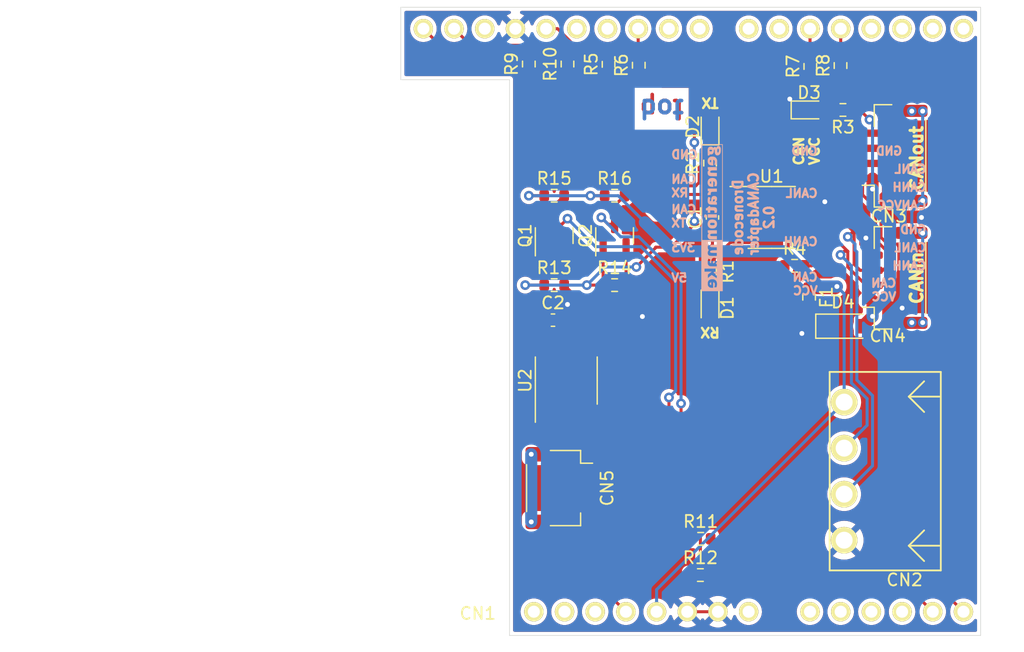
<source format=kicad_pcb>
(kicad_pcb (version 20211014) (generator pcbnew)
  (title_block (title "R4CANAdapter") (date "2023-08-14") (rev "0.1") (company "generationmake"))
  (layers (0 "F.Cu" signal) (31 "B.Cu" signal) (34 "B.Paste" user) (35 "F.Paste" user) (36 "B.SilkS" user "B.Silkscreen") (37 "F.SilkS" user "F.Silkscreen") (38 "B.Mask" user) (39 "F.Mask" user) (44 "Edge.Cuts" user))
  (net 0 "")
  (net 1 "+3V3")
  (net 2 "+5V")
  (net 3 "GND")
  (net 4 "/CANH")
  (net 5 "/CANL")
  (net 6 "/CANVCC")
  (net 7 "/CAN_TX")
  (net 8 "/CAN_RX")
  (net 9 "/CANVCC_F")
  (net 10 "Net-(D3-Pad2)")
  (net 11 "Net-(D1-Pad1)")
  (net 12 "Net-(D2-Pad1)")
  (net 14 "/MP")
  (net 19 "/CAN_TX_MINIMA")
  (net 20 "/CAN_RX_MINIMA")
  (net 25 "/CAN_TX_WIFI")
  (net 28 "/CAN_RX_WIFI")
  (net 29 "/ARDUINO_SDA")
  (net 31 "/ARDUINO_SCL")
  (net 32 "/R4_SCL")
  (net 33 "/R4_SDA")
  (net 34 "/I2C_SDA_3V")
  (net 43 "/I2C_SCL_3V")
  (net 44 "/MP2")
  (net 45 "/I2C_SCL")
  (net 46 "/I2C_SDA")
  (footprint "Connector_JST:JST_GH_SM04B-GHS-TB_1x04-1MP_P1.25mm_Horizontal" (layer "F.Cu") (at 157.9 98.3 90)
    (fp_text reference "CN3")
    (fp_text value "GH_SM04B-GHS-TB")
  )
  (footprint "Connector_JST:JST_GH_SM04B-GHS-TB_1x04-1MP_P1.25mm_Horizontal" (layer "F.Cu") (at 157.9 108.4 90)
    (fp_text reference "CN4")
    (fp_text value "GH_SM04B-GHS-TB")
  )
  (footprint "Diode_SMD:D_SOD-123" (layer "F.Cu") (at 153.6 112.4)
    (fp_text reference "D4")
    (fp_text value "DNI")
  )
  (footprint "CON_wuerth:WR-TBL_691322310004" (layer "F.Cu") (at 153.7 124.4 90)
    (fp_text reference "CN2")
    (fp_text value "691322310004" hide)
  )
  (footprint "LED_SMD:LED_0603_1608Metric" (layer "F.Cu") (at 150.8 94.5)
    (fp_text reference "D3")
    (fp_text value "150060YS75000")
  )
  (footprint "Resistor_SMD:R_0603_1608Metric" (layer "F.Cu") (at 150.8 110 -90)
    (fp_text reference "F1")
    (fp_text value "0ZCM0020FF2G")
  )
  (footprint "Capacitor_SMD:C_0603_1608Metric" (layer "F.Cu") (at 142.8 103.4 90)
    (fp_text reference "C1")
    (fp_text value "100nF")
  )
  (footprint "generationmake:ARDUINO" (layer "F.Cu") (at 100.075 138.575)
    (fp_text reference "CN1")
    (fp_text value "CONN_01X05")
  )
  (footprint "LED_SMD:LED_0603_1608Metric" (layer "F.Cu") (at 142.6 95.9 90)
    (fp_text reference "D2")
    (fp_text value "150060RS75000")
  )
  (footprint "Resistor_SMD:R_0603_1608Metric" (layer "F.Cu") (at 142.6 107.9 -90)
    (fp_text reference "R1")
    (fp_text value "1k")
  )
  (footprint "Resistor_SMD:R_0603_1608Metric" (layer "F.Cu") (at 142.6 98.9 90)
    (fp_text reference "R2")
    (fp_text value "1k")
  )
  (footprint "Resistor_SMD:R_0603_1608Metric" (layer "F.Cu") (at 149.6 107.4)
    (fp_text reference "R4")
    (fp_text value "DNI")
  )
  (footprint "LED_SMD:LED_0603_1608Metric" (layer "F.Cu") (at 142.6 110.9 -90)
    (fp_text reference "D1")
    (fp_text value "150060GS75000")
  )
  (footprint "Resistor_SMD:R_0603_1608Metric" (layer "F.Cu") (at 153.6 94.5 180)
    (fp_text reference "R3")
    (fp_text value "2k")
  )
  (footprint "Package_SO:SO-8_3.9x4.9mm_P1.27mm" (layer "F.Cu") (at 147.7045 103.4)
    (fp_text reference "U1")
    (fp_text value "TCAN332GDR")
  )
  (footprint "Resistor_SMD:R_0603_1608Metric" (layer "F.Cu") (at 134.2 90.725 90)
    (fp_text reference "R5")
    (fp_text value "DNI")
  )
  (footprint "Resistor_SMD:R_0603_1608Metric" (layer "F.Cu") (at 134.7 101.6)
    (fp_text reference "R16")
    (fp_text value "10k")
  )
  (footprint "Resistor_SMD:R_0603_1608Metric" (layer "F.Cu") (at 136.7 90.8 90)
    (fp_text reference "R6")
    (fp_text value "DNI")
  )
  (footprint "Package_TO_SOT_SMD:SOT-23" (layer "F.Cu") (at 134.7 104.9 90)
    (fp_text reference "Q2")
    (fp_text value "2N7002")
  )
  (footprint "Package_SO:SO-8_3.9x4.9mm_P1.27mm" (layer "F.Cu") (at 130.7 116.9 90)
    (fp_text reference "U2")
    (fp_text value "24LC64")
  )
  (footprint "Resistor_SMD:R_0603_1608Metric" (layer "F.Cu") (at 130.8 90.7 90)
    (fp_text reference "R10")
    (fp_text value "0R")
  )
  (footprint "Resistor_SMD:R_0603_1608Metric" (layer "F.Cu") (at 129.7 109)
    (fp_text reference "R13")
    (fp_text value "10k")
  )
  (footprint "Resistor_SMD:R_0603_1608Metric" (layer "F.Cu") (at 153.4 90.825 90)
    (fp_text reference "R8")
    (fp_text value "0R")
  )
  (footprint "Resistor_SMD:R_0603_1608Metric" (layer "F.Cu") (at 141.825 130)
    (fp_text reference "R11")
    (fp_text value "DNI")
  )
  (footprint "Resistor_SMD:R_0603_1608Metric" (layer "F.Cu") (at 129.7 101.6)
    (fp_text reference "R15")
    (fp_text value "10k")
  )
  (footprint "Resistor_SMD:R_0603_1608Metric" (layer "F.Cu") (at 150.9 90.9 90)
    (fp_text reference "R7")
    (fp_text value "0R")
  )
  (footprint "Package_TO_SOT_SMD:SOT-23" (layer "F.Cu") (at 129.7 104.9 90)
    (fp_text reference "Q1")
    (fp_text value "2N7002")
  )
  (footprint "Resistor_SMD:R_0603_1608Metric" (layer "F.Cu") (at 127.6 90.7 90)
    (fp_text reference "R9")
    (fp_text value "0R")
  )
  (footprint "Capacitor_SMD:C_0603_1608Metric" (layer "F.Cu") (at 129.6 111.9)
    (fp_text reference "C2")
    (fp_text value "100nF")
  )
  (footprint "Resistor_SMD:R_0603_1608Metric" (layer "F.Cu") (at 134.7 109)
    (fp_text reference "R14")
    (fp_text value "10k")
  )
  (footprint "Resistor_SMD:R_0603_1608Metric" (layer "F.Cu") (at 141.8 133)
    (fp_text reference "R12")
    (fp_text value "DNI")
  )
  (footprint "Connector_JST:JST_SH_SM04B-SRSS-TB_1x04-1MP_P1.00mm_Horizontal" (layer "F.Cu") (at 130.1 125.8 -90)
    (fp_text reference "CN5")
    (fp_text value "SM04B-SRSS-TB")
  )
  (footprint "generationmake:generationmake_small_silk" (layer "B.Cu") (at 145.4 103.4 -90)
    (fp_text reference "L1" hide)
    (fp_text value "Label" hide)
  )
  (gr_line (start 126 92) (end 117 92) (layer "Edge.Cuts") (width 0.05))
  (gr_line (start 165 138) (end 126 138) (layer "Edge.Cuts") (width 0.05))
  (gr_line (start 126 138) (end 126 92) (layer "Edge.Cuts") (width 0.05))
  (gr_line (start 117 86) (end 165 86) (layer "Edge.Cuts") (width 0.05))
  (gr_line (start 165 86) (end 165 138) (layer "Edge.Cuts") (width 0.05))
  (gr_line (start 117 92) (end 117 86) (layer "Edge.Cuts") (width 0.05))
  (gr_text "top" (at 138.6 94.4 180) (layer "F.Cu") (effects (font (size 1.5 1.5) (thickness 0.3))))
  (gr_text "bot" (at 138.6 94.4 180) (layer "B.Cu") (effects (font (size 1.5 1.5) (thickness 0.3)) (justify mirror)))
  (gr_text "CANL" (at 160.6 105.9) (layer "B.SilkS") (effects (font (size 0.7 0.7) (thickness 0.175)) (justify left mirror)))
  (gr_text "GND" (at 160.6 104.4) (layer "B.SilkS") (effects (font (size 0.7 0.7) (thickness 0.175)) (justify left mirror)))
  (gr_text "GND" (at 158.6 97.9) (layer "B.SilkS") (effects (font (size 0.7 0.7) (thickness 0.175)) (justify left mirror)))
  (gr_text "CANVCC" (at 160.6 102.4) (layer "B.SilkS") (effects (font (size 0.7 0.7) (thickness 0.175)) (justify left mirror)))
  (gr_text "CANL" (at 160.6 99.4) (layer "B.SilkS") (effects (font (size 0.7 0.7) (thickness 0.175)) (justify left mirror)))
  (gr_text "CANH" (at 160.6 100.9) (layer "B.SilkS") (effects (font (size 0.7 0.7) (thickness 0.175)) (justify left mirror)))
  (gr_text "GND" (at 151.6 97.9) (layer "B.SilkS") (effects (font (size 0.7 0.7) (thickness 0.175)) (justify left mirror)))
  (gr_text "CAN\nVCC" (at 151.6 108.9) (layer "B.SilkS") (effects (font (size 0.7 0.7) (thickness 0.175)) (justify left mirror)))
  (gr_text "CANH" (at 151.6 105.4) (layer "B.SilkS") (effects (font (size 0.7 0.7) (thickness 0.175)) (justify left mirror)))
  (gr_text "CANL" (at 151.6 101.4) (layer "B.SilkS") (effects (font (size 0.7 0.7) (thickness 0.175)) (justify left mirror)))
  (gr_text "5V" (at 139.3 108.4) (layer "B.SilkS") (effects (font (size 0.7 0.7) (thickness 0.175)) (justify right mirror)))
  (gr_text "GND" (at 139.3 98.2) (layer "B.SilkS") (effects (font (size 0.7 0.7) (thickness 0.175)) (justify right mirror)))
  (gr_text "Dronecode\nCANAdapter \n0.2" (at 146.2 103.4 90) (layer "B.SilkS") (effects (font (size 0.8 0.8) (thickness 0.2)) (justify mirror)))
  (gr_text "CAN\nTX" (at 139.3 103.3) (layer "B.SilkS") (effects (font (size 0.7 0.7) (thickness 0.175)) (justify right mirror)))
  (gr_text "CAN\nVCC" (at 158.1 109.4) (layer "B.SilkS") (effects (font (size 0.7 0.7) (thickness 0.175)) (justify left mirror)))
  (gr_text "3V3" (at 139.3 105.9) (layer "B.SilkS") (effects (font (size 0.7 0.7) (thickness 0.175)) (justify right mirror)))
  (gr_text "CANH" (at 160.6 107.4) (layer "B.SilkS") (effects (font (size 0.7 0.7) (thickness 0.175)) (justify left mirror)))
  (gr_text "CAN\nRX" (at 139.3 100.8) (layer "B.SilkS") (effects (font (size 0.7 0.7) (thickness 0.175)) (justify right mirror)))
  (gr_text "CAN\nVCC" (at 150.6 97.9 90) (layer "F.SilkS") (effects (font (size 0.8 0.8) (thickness 0.2))))
  (gr_text "RX" (at 142.6 112.9 180) (layer "F.SilkS") (effects (font (size 0.8 0.8) (thickness 0.2))))
  (gr_text "CANin" (at 159.7 108.4 90) (layer "F.SilkS") (effects (font (size 1 1) (thickness 0.25))))
  (gr_text "TX" (at 142.6 93.9 180) (layer "F.SilkS") (effects (font (size 0.8 0.8) (thickness 0.2))))
  (gr_text "CANout" (at 159.7 98.5 90) (layer "F.SilkS") (effects (font (size 1 1) (thickness 0.25))))
  (segment (start 141.8 106.664998) (end 142.8 105.664998) (width 0.25) (layer "F.Cu") (net 1))
  (segment (start 128.795 114.325) (end 128.795 116.005) (width 0.25) (layer "F.Cu") (net 1))
  (segment (start 141.8 110.8493) (end 141.8 108.1) (width 0.25) (layer "F.Cu") (net 1))
  (segment (start 141.8 108.1) (end 141.8 106.664998) (width 0.25) (layer "F.Cu") (net 1))
  (segment (start 142.9185 104.0315) (end 142.8 104.15) (width 0.25) (layer "F.Cu") (net 1))
  (segment (start 129.7 121.4) (end 130.1 121.8) (width 0.25) (layer "F.Cu") (net 1))
  (segment (start 128.795 116.005) (end 127.5 117.3) (width 0.25) (layer "F.Cu") (net 1))
  (segment (start 133.75 108.875) (end 133.875 109) (width 0.25) (layer "F.Cu") (net 1))
  (segment (start 127.5 117.3) (end 127.5 120.7) (width 0.25) (layer "F.Cu") (net 1))
  (segment (start 141.8 108.1) (end 141.8 106.6) (width 0.25) (layer "F.Cu") (net 1))
  (segment (start 138.1 105.86) (end 139.39 105.86) (width 0.25) (layer "F.Cu") (net 1))
  (segment (start 133.875 109) (end 132.4 109) (width 0.25) (layer "F.Cu") (net 1))
  (segment (start 141.3 96) (end 141.3 97.2) (width 0.25) (layer "F.Cu") (net 1))
  (segment (start 139.39 105.86) (end 141.1 104.15) (width 0.25) (layer "F.Cu") (net 1))
  (segment (start 130.1 128.5) (end 130.1 123.7) (width 0.25) (layer "F.Cu") (net 1))
  (segment (start 128.795 111.93) (end 128.825 111.9) (width 0.25) (layer "F.Cu") (net 1))
  (segment (start 133.75 105.8375) (end 133.75 108.875) (width 0.25) (layer "F.Cu") (net 1))
  (segment (start 138.1 105.86) (end 138.1 105.9) (width 0.25) (layer "F.Cu") (net 1))
  (segment (start 127.5 120.7) (end 128.3 121.5) (width 0.25) (layer "F.Cu") (net 1))
  (segment (start 142.8 105.664998) (end 142.8 104.15) (width 0.25) (layer "F.Cu") (net 1))
  (segment (start 129.6 121.5) (end 129.7 121.4) (width 0.25) (layer "F.Cu") (net 1))
  (segment (start 130.1 123.7) (end 130.1 124.7) (width 0.25) (layer "F.Cu") (net 1))
  (segment (start 128.795 114.325) (end 128.795 111.93) (width 0.25) (layer "F.Cu") (net 1))
  (segment (start 128.875 111.85) (end 128.825 111.9) (width 0.25) (layer "F.Cu") (net 1))
  (segment (start 135.635 136.035) (end 131.1 131.5) (width 0.25) (layer "F.Cu") (net 1))
  (segment (start 145 104.0315) (end 142.9185 104.0315) (width 0.25) (layer "F.Cu") (net 1))
  (segment (start 142.1493 95.1507) (end 141.3 96) (width 0.25) (layer "F.Cu") (net 1))
  (segment (start 128.75 105.8375) (end 128.75 108.875) (width 0.25) (layer "F.Cu") (net 1))
  (segment (start 141.215 104.035) (end 141.1 104.15) (width 0.25) (layer "F.Cu") (net 1))
  (segment (start 128.3 121.5) (end 129.6 121.5) (width 0.25) (layer "F.Cu") (net 1))
  (segment (start 130.9 125.5) (end 131.9 125.5) (width 0.25) (layer "F.Cu") (net 1))
  (segment (start 141.8 110.8493) (end 142.6 111.6493) (width 0.25) (layer "F.Cu") (net 1))
  (segment (start 130.1 121.8) (end 130.1 123.7) (width 0.25) (layer "F.Cu") (net 1))
  (segment (start 128.875 109) (end 128.875 111.85) (width 0.25) (layer "F.Cu") (net 1))
  (segment (start 131.1 131.5) (end 131.1 129.5) (width 0.25) (layer "F.Cu") (net 1))
  (segment (start 138.1 105.9) (end 136.5 107.5) (width 0.25) (layer "F.Cu") (net 1))
  (segment (start 142.6 95.1507) (end 142.1493 95.1507) (width 0.25) (layer "F.Cu") (net 1))
  (segment (start 131.1 129.5) (end 130.1 128.5) (width 0.25) (layer "F.Cu") (net 1))
  (segment (start 141.1 103.9) (end 141.3 103.7) (width 0.25) (layer "F.Cu") (net 1))
  (segment (start 130.1 124.7) (end 130.9 125.5) (width 0.25) (layer "F.Cu") (net 1))
  (segment (start 128.875 109) (end 127.3 109) (width 0.25) (layer "F.Cu") (net 1))
  (segment (start 142.95 104.035) (end 141.215 104.035) (width 0.25) (layer "F.Cu") (net 1))
  (segment (start 128.75 108.875) (end 128.875 109) (width 0.25) (layer "F.Cu") (net 1))
  (segment (start 141.1 104.15) (end 141.1 103.9) (width 0.25) (layer "F.Cu") (net 1))
  (segment (start 131.9 125.5) (end 132.1 125.3) (width 0.25) (layer "F.Cu") (net 1))
  (via (at 127.3 109) (size 0.8) (drill 0.4) (layers "F.Cu" "B.Cu") (net 1))
  (via (at 141.3 97.2) (size 0.8) (drill 0.4) (layers "F.Cu" "B.Cu") (net 1))
  (via (at 141.3 103.7) (size 0.8) (drill 0.4) (layers "F.Cu" "B.Cu") (net 1))
  (via (at 132.4 109) (size 0.8) (drill 0.4) (layers "F.Cu" "B.Cu") (net 1))
  (via (at 136.5 107.5) (size 0.8) (drill 0.4) (layers "F.Cu" "B.Cu") (net 1))
  (segment (start 127.3 109) (end 132.4 109) (width 0.25) (layer "B.Cu") (net 1))
  (segment (start 141.3 97.2) (end 141.3 103.7) (width 0.25) (layer "B.Cu") (net 1))
  (segment (start 136.5 107.5) (end 133.9 107.5) (width 0.25) (layer "B.Cu") (net 1))
  (segment (start 133.9 107.5) (end 132.4 109) (width 0.25) (layer "B.Cu") (net 1))
  (segment (start 150.8 109.25) (end 152.965 109.25) (width 1) (layer "F.Cu") (net 2))
  (segment (start 133.875 101.6) (end 132.7 101.6) (width 0.25) (layer "F.Cu") (net 2))
  (segment (start 128.875 101.6) (end 127.6 101.6) (width 0.25) (layer "F.Cu") (net 2))
  (segment (start 152.965 109.25) (end 153.1 109.115) (width 1) (layer "F.Cu") (net 2))
  (via (at 153.1 109.115) (size 0.8) (drill 0.4) (layers "F.Cu" "B.Cu") (net 2))
  (via (at 132.7 101.6) (size 0.8) (drill 0.4) (layers "F.Cu" "B.Cu") (net 2))
  (via (at 127.6 101.6) (size 0.8) (drill 0.4) (layers "F.Cu" "B.Cu") (net 2))
  (segment (start 153.7 109.715) (end 153.1 109.115) (width 0.25) (layer "B.Cu") (net 2))
  (segment (start 148.7 106.2) (end 151.615 109.115) (width 1) (layer "B.Cu") (net 2))
  (segment (start 138.175 134.21) (end 153.7 118.685) (width 0.25) (layer "B.Cu") (net 2))
  (segment (start 153.7 118.685) (end 153.7 109.715) (width 0.25) (layer "B.Cu") (net 2))
  (segment (start 151.615 109.115) (end 153.1 109.115) (width 1) (layer "B.Cu") (net 2))
  (segment (start 132.7 101.6) (end 127.6 101.6) (width 0.25) (layer "B.Cu") (net 2))
  (segment (start 132.7 101.6) (end 135 101.6) (width 0.25) (layer "B.Cu") (net 2))
  (segment (start 135 101.6) (end 136.5 103.1) (width 0.25) (layer "B.Cu") (net 2))
  (segment (start 139.6 106.2) (end 137.2 103.8) (width 1) (layer "B.Cu") (net 2))
  (segment (start 145.8 106.2) (end 148.7 106.2) (width 1) (layer "B.Cu") (net 2))
  (segment (start 138.175 136.035) (end 138.175 134.21) (width 0.25) (layer "B.Cu") (net 2))
  (segment (start 136.5 103.1) (end 137.2 103.8) (width 0.25) (layer "B.Cu") (net 2))
  (segment (start 145.8 106.2) (end 139.6 106.2) (width 1) (layer "B.Cu") (net 2))
  (segment (start 150.0507 94.6357) (end 153.1 97.685) (width 0.25) (layer "F.Cu") (net 3))
  (segment (start 156.05 96.425) (end 154.36 96.425) (width 0.25) (layer "F.Cu") (net 3))
  (segment (start 150.0507 94.5) (end 150.0507 94.4507) (width 0.25) (layer "F.Cu") (net 3))
  (segment (start 130.065 112.21) (end 130.375 111.9) (width 0.25) (layer "F.Cu") (net 3))
  (segment (start 131.365 117.265) (end 130.065 117.265) (width 0.25) (layer "F.Cu") (net 3))
  (segment (start 156.05 106.525) (end 156.05 105.65) (width 0.25) (layer "F.Cu") (net 3))
  (segment (start 132.605 118.305) (end 131.565 117.265) (width 0.25) (layer "F.Cu") (net 3))
  (segment (start 130.375 111.025) (end 130.8 110.6) (width 0.25) (layer "F.Cu") (net 3))
  (segment (start 131.5 124.3) (end 131.1 123.9) (width 0.25) (layer "F.Cu") (net 3))
  (segment (start 131.335 117.295) (end 131.365 117.265) (width 0.25) (layer "F.Cu") (net 3))
  (segment (start 142.9115 102.7615) (end 142.8 102.65) (width 0.25) (layer "F.Cu") (net 3))
  (segment (start 130.065 116.135) (end 130.065 114.325) (width 0.25) (layer "F.Cu") (net 3))
  (segment (start 132.1 124.3) (end 131.5 124.3) (width 0.25) (layer "F.Cu") (net 3))
  (segment (start 150.0507 94.4507) (end 149.2 93.6) (width 0.25) (layer "F.Cu") (net 3))
  (segment (start 131.335 119.475) (end 131.335 117.295) (width 0.25) (layer "F.Cu") (net 3))
  (segment (start 131.1 123.9) (end 131.1 119.71) (width 0.25) (layer "F.Cu") (net 3))
  (segment (start 130.065 119.475) (end 130.065 117.265) (width 0.25) (layer "F.Cu") (net 3))
  (segment (start 155.7 104.2) (end 155.7 105.905) (width 0.25) (layer "F.Cu") (net 3))
  (segment (start 130.065 114.325) (end 130.065 112.21) (width 0.25) (layer "F.Cu") (net 3))
  (segment (start 130.065 117.265) (end 130.065 116.135) (width 0.25) (layer "F.Cu") (net 3))
  (segment (start 131.565 117.265) (end 131.365 117.265) (width 0.25) (layer "F.Cu") (net 3))
  (segment (start 131.1 119.71) (end 131.335 119.475) (width 0.25) (layer "F.Cu") (net 3))
  (segment (start 150.2795 101.495) (end 151.495 101.495) (width 0.25) (layer "F.Cu") (net 3))
  (segment (start 143.255 136.035) (end 140.715 136.035) (width 0.25) (layer "F.Cu") (net 3))
  (segment (start 150.0507 94.5) (end 150.0507 94.6357) (width 0.25) (layer "F.Cu") (net 3))
  (segment (start 128.795 117.405) (end 130.065 116.135) (width 0.25) (layer "F.Cu") (net 3))
  (segment (start 141.215 102.765) (end 141.1 102.65) (width 0.25) (layer "F.Cu") (net 3))
  (segment (start 156.05 105.65) (end 155.5 105.1) (width 0.25) (layer "F.Cu") (net 3))
  (segment (start 130.375 111.9) (end 130.375 111.025) (width 0.25) (layer "F.Cu") (net 3))
  (segment (start 132.605 119.475) (end 132.605 118.305) (width 0.25) (layer "F.Cu") (net 3))
  (segment (start 140.65 102.65) (end 140 103.3) (width 0.25) (layer "F.Cu") (net 3))
  (segment (start 154.36 96.425) (end 153.1 97.685) (width 0.25) (layer "F.Cu") (net 3))
  (segment (start 145 102.7615) (end 142.9115 102.7615) (width 0.25) (layer "F.Cu") (net 3))
  (segment (start 151.495 101.495) (end 152.1 102.1) (width 0.25) (layer "F.Cu") (net 3))
  (segment (start 141.1 102.65) (end 140.65 102.65) (width 0.25) (layer "F.Cu") (net 3))
  (segment (start 142.95 102.765) (end 141.215 102.765) (width 0.25) (layer "F.Cu") (net 3))
  (segment (start 128.795 119.475) (end 128.795 117.405) (width 0.25) (layer "F.Cu") (net 3))
  (via (at 160.1 103.4) (size 0.8) (drill 0.4) (layers "F.Cu" "B.Cu") (net 3))
  (via (at 137 111.6) (size 0.8) (drill 0.4) (layers "F.Cu" "B.Cu") (net 3))
  (via (at 150.2 113) (size 0.8) (drill 0.4) (layers "F.Cu" "B.Cu") (net 3))
  (via (at 140 103.3) (size 0.8) (drill 0.4) (layers "F.Cu" "B.Cu") (net 3))
  (via (at 152.1 102.1) (size 0.8) (drill 0.4) (layers "F.Cu" "B.Cu") (net 3))
  (via (at 130.8 110.6) (size 0.8) (drill 0.4) (layers "F.Cu" "B.Cu") (net 3))
  (via (at 149.2 93.6) (size 0.8) (drill 0.4) (layers "F.Cu" "B.Cu") (net 3))
  (via (at 155.5 105.1) (size 0.8) (drill 0.4) (layers "F.Cu" "B.Cu") (net 3))
  (via (at 158.5 110.9) (size 0.8) (drill 0.4) (layers "F.Cu" "B.Cu") (net 3))
  (segment (start 138.13 98.27) (end 136.986 98.27) (width 0.25) (layer "B.Cu") (net 3))
  (segment (start 136.986 98.27) (end 126.491 87.775) (width 0.25) (layer "B.Cu") (net 3))
  (segment (start 140 103.3) (end 140 100.14) (width 0.25) (layer "B.Cu") (net 3))
  (segment (start 138.13 98.27) (end 138.1 98.24) (width 0.25) (layer "B.Cu") (net 3))
  (segment (start 155.5 105.1) (end 154.9 104.5) (width 0.25) (layer "B.Cu") (net 3))
  (segment (start 140 100.14) (end 138.13 98.27) (width 0.25) (layer "B.Cu") (net 3))
  (segment (start 137 111.6) (end 131.8 111.6) (width 0.25) (layer "B.Cu") (net 3))
  (segment (start 154.9 104.5) (end 154.9 99.485) (width 0.25) (layer "B.Cu") (net 3))
  (segment (start 154.9 99.485) (end 153.1 97.685) (width 0.25) (layer "B.Cu") (net 3))
  (segment (start 131.8 111.6) (end 130.8 110.6) (width 0.25) (layer "B.Cu") (net 3))
  (segment (start 153.1 104.2) (end 151.665 102.765) (width 0.25) (layer "F.Cu") (net 4))
  (segment (start 156.05 109.025) (end 156.875 109.025) (width 0.25) (layer "F.Cu") (net 4))
  (segment (start 157.6 107.746768) (end 157.67502 107.671748) (width 0.25) (layer "F.Cu") (net 4))
  (segment (start 156.75001 101.55001) (end 156.95001 101.35001) (width 0.25) (layer "F.Cu") (net 4))
  (segment (start 155.525 109.025) (end 154 107.5) (width 0.25) (layer "F.Cu") (net 4))
  (segment (start 157.3 100.5) (end 157.3 99.3) (width 0.25) (layer "F.Cu") (net 4))
  (segment (start 150.35 107.4) (end 151.005 107.4) (width 0.25) (layer "F.Cu") (net 4))
  (segment (start 157.3 99.3) (end 156.925 98.925) (width 0.25) (layer "F.Cu") (net 4))
  (segment (start 151.665 102.765) (end 150.25 102.765) (width 0.25) (layer "F.Cu") (net 4))
  (segment (start 153.1 105.305) (end 153.1 104.2) (width 0.25) (layer "F.Cu") (net 4))
  (segment (start 154 107.5) (end 154 106.205) (width 0.25) (layer "F.Cu") (net 4))
  (segment (start 156.05 109.025) (end 155.525 109.025) (width 0.25) (layer "F.Cu") (net 4))
  (segment (start 157.67502 105.97502) (end 156.75001 105.05001) (width 0.25) (layer "F.Cu") (net 4))
  (segment (start 151.005 107.4) (end 153.1 105.305) (width 0.25) (layer "F.Cu") (net 4))
  (segment (start 156.95001 101.35001) (end 156.95001 100.84999) (width 0.25) (layer "F.Cu") (net 4))
  (segment (start 156.875 109.025) (end 157.6 108.3) (width 0.25) (layer "F.Cu") (net 4))
  (segment (start 156.95001 100.84999) (end 157.3 100.5) (width 0.25) (layer "F.Cu") (net 4))
  (segment (start 154 106.205) (end 153.1 105.305) (width 0.25) (layer "F.Cu") (net 4))
  (segment (start 156.925 98.925) (end 156.05 98.925) (width 0.25) (layer "F.Cu") (net 4))
  (segment (start 154 106.205) (end 153.695 106.205) (width 0.25) (layer "F.Cu") (net 4))
  (segment (start 157.6 108.3) (end 157.6 107.746768) (width 0.25) (layer "F.Cu") (net 4))
  (segment (start 157.67502 107.671748) (end 157.67502 105.97502) (width 0.25) (layer "F.Cu") (net 4))
  (segment (start 153.695 106.205) (end 153.4 106.5) (width 0.25) (layer "F.Cu") (net 4))
  (segment (start 156.75001 105.05001) (end 156.75001 101.55001) (width 0.25) (layer "F.Cu") (net 4))
  (via (at 153.4 106.5) (size 0.8) (drill 0.4) (layers "F.Cu" "B.Cu") (net 4))
  (segment (start 155.6 118.8) (end 155.6 120.595) (width 0.25) (layer "B.Cu") (net 4))
  (segment (start 155.6 118.4) (end 155.6 118.8) (width 0.25) (layer "B.Cu") (net 4))
  (segment (start 155.6 120.595) (end 154.7975 121.3975) (width 0.25) (layer "B.Cu") (net 4))
  (segment (start 154.3 117.1) (end 155.6 118.4) (width 0.25) (layer "B.Cu") (net 4))
  (segment (start 154.3 113.6) (end 154.3 117.1) (width 0.25) (layer "B.Cu") (net 4))
  (segment (start 154.3 107.4) (end 154.3 113.6) (width 0.25) (layer "B.Cu") (net 4))
  (segment (start 153.4 106.5) (end 154.3 107.4) (width 0.25) (layer "B.Cu") (net 4))
  (segment (start 154.7975 121.3975) (end 153.7 122.495) (width 0.25) (layer "B.Cu") (net 4))
  (segment (start 149.284998 100.7) (end 149.074999 100.909999) (width 0.25) (layer "F.Cu") (net 5))
  (segment (start 155.22499 101.52499) (end 156.3 102.6) (width 0.25) (layer "F.Cu") (net 5))
  (segment (start 154.87499 100.521758) (end 155.153242 100.80001) (width 0.25) (layer "F.Cu") (net 5))
  (segment (start 154.379001 104.620999) (end 154 105) (width 0.25) (layer "F.Cu") (net 5))
  (segment (start 154.525001 104.620999) (end 153.784001 103.879999) (width 0.25) (layer "F.Cu") (net 5))
  (segment (start 153.779999 103.879999) (end 153.1 103.2) (width 0.25) (layer "F.Cu") (net 5))
  (segment (start 149.074999 103.474999) (end 149.635 104.035) (width 0.25) (layer "F.Cu") (net 5))
  (segment (start 151.8 100.7) (end 149.284998 100.7) (width 0.25) (layer "F.Cu") (net 5))
  (segment (start 149.635 104.035) (end 149.759998 104.035) (width 0.25) (layer "F.Cu") (net 5))
  (segment (start 153.1 103.2) (end 153.1 101.495) (width 0.25) (layer "F.Cu") (net 5))
  (segment (start 157.22501 107.44999) (end 156.9 107.775) (width 0.25) (layer "F.Cu") (net 5))
  (segment (start 155.02501 107.775) (end 154.525001 107.274991) (width 0.25) (layer "F.Cu") (net 5))
  (segment (start 156.05 97.675) (end 155.2 97.675) (width 0.25) (layer "F.Cu") (net 5))
  (segment (start 152.595 101.495) (end 151.8 100.7) (width 0.25) (layer "F.Cu") (net 5))
  (segment (start 156.3 105.253232) (end 157.22501 106.178242) (width 0.25) (layer "F.Cu") (net 5))
  (segment (start 148.85 106.85) (end 148.85 107.4) (width 0.25) (layer "F.Cu") (net 5))
  (segment (start 155.2 97.675) (end 154.87499 98.00001) (width 0.25) (layer "F.Cu") (net 5))
  (segment (start 155.22499 100.80001) (end 155.22499 101.52499) (width 0.25) (layer "F.Cu") (net 5))
  (segment (start 149.074999 100.909999) (end 149.074999 103.474999) (width 0.25) (layer "F.Cu") (net 5))
  (segment (start 154.525001 107.274991) (end 154.525001 104.620999) (width 0.25) (layer "F.Cu") (net 5))
  (segment (start 149.759998 104.035) (end 149.074999 104.719999) (width 0.25) (layer "F.Cu") (net 5))
  (segment (start 153.1 101.495) (end 152.595 101.495) (width 0.25) (layer "F.Cu") (net 5))
  (segment (start 156.05 107.775) (end 155.02501 107.775) (width 0.25) (layer "F.Cu") (net 5))
  (segment (start 149.074999 104.719999) (end 149.074999 106.625001) (width 0.25) (layer "F.Cu") (net 5))
  (segment (start 156.3 102.6) (end 156.3 105.253232) (width 0.25) (layer "F.Cu") (net 5))
  (segment (start 149.074999 106.625001) (end 148.85 106.85) (width 0.25) (layer "F.Cu") (net 5))
  (segment (start 157.22501 106.178242) (end 157.22501 107.44999) (width 0.25) (layer "F.Cu") (net 5))
  (segment (start 156.9 107.775) (end 156.05 107.775) (width 0.25) (layer "F.Cu") (net 5))
  (segment (start 154.525001 104.620999) (end 154.379001 104.620999) (width 0.25) (layer "F.Cu") (net 5))
  (segment (start 153.784001 103.879999) (end 153.779999 103.879999) (width 0.25) (layer "F.Cu") (net 5))
  (segment (start 154.87499 98.00001) (end 154.87499 100.521758) (width 0.25) (layer "F.Cu") (net 5))
  (segment (start 155.153242 100.80001) (end 155.22499 100.80001) (width 0.25) (layer "F.Cu") (net 5))
  (via (at 154 105) (size 0.8) (drill 0.4) (layers "F.Cu" "B.Cu") (net 5))
  (segment (start 154.75 113.55) (end 154.75 116.85) (width 0.25) (layer "B.Cu") (net 5))
  (segment (start 154.75 106.25) (end 154.75 113.55) (width 0.25) (layer "B.Cu") (net 5))
  (segment (start 156.05 118.15) (end 156.05 123.955) (width 0.25) (layer "B.Cu") (net 5))
  (segment (start 154 105) (end 154.6 105.6) (width 0.25) (layer "B.Cu") (net 5))
  (segment (start 154.6 105.6) (end 154.6 106.1) (width 0.25) (layer "B.Cu") (net 5))
  (segment (start 156.05 123.955) (end 153.7 126.305) (width 0.25) (layer "B.Cu") (net 5))
  (segment (start 154.75 116.85) (end 156.05 118.15) (width 0.25) (layer "B.Cu") (net 5))
  (segment (start 154.6 106.1) (end 154.75 106.25) (width 0.25) (layer "B.Cu") (net 5))
  (segment (start 156.05 111.585) (end 155.235 112.4) (width 1) (layer "F.Cu") (net 6))
  (segment (start 156.05 100.175) (end 156.05 101.05) (width 1) (layer "F.Cu") (net 6))
  (segment (start 156.05 110.275) (end 156.05 111.585) (width 1) (layer "F.Cu") (net 6))
  (segment (start 155 94.5) (end 155.8 95.3) (width 0.25) (layer "F.Cu") (net 6))
  (segment (start 154.35 94.5) (end 155 94.5) (width 0.25) (layer "F.Cu") (net 6))
  (via (at 156.05 101.05) (size 0.8) (drill 0.4) (layers "F.Cu" "B.Cu") (net 6))
  (via (at 156.05 111.585) (size 0.8) (drill 0.4) (layers "F.Cu" "B.Cu") (net 6))
  (via (at 155.8 95.3) (size 0.8) (drill 0.4) (layers "F.Cu" "B.Cu") (net 6))
  (segment (start 156.05 101.05) (end 156.05 102.45) (width 1) (layer "B.Cu") (net 6))
  (segment (start 156.05 111.15) (end 156.05 111.585) (width 1) (layer "B.Cu") (net 6))
  (segment (start 156.05 101.05) (end 156.05 95.55) (width 0.25) (layer "B.Cu") (net 6))
  (segment (start 157.5 103.9) (end 157.5 109.7) (width 1) (layer "B.Cu") (net 6))
  (segment (start 156.05 102.45) (end 157.5 103.9) (width 1) (layer "B.Cu") (net 6))
  (segment (start 156.05 95.55) (end 155.8 95.3) (width 0.25) (layer "B.Cu") (net 6))
  (segment (start 157.5 109.7) (end 156.05 111.15) (width 1) (layer "B.Cu") (net 6))
  (segment (start 142.6 101.145) (end 142.95 101.495) (width 0.25) (layer "F.Cu") (net 7))
  (segment (start 135.875 90.8) (end 133.7 90.8) (width 0.25) (layer "F.Cu") (net 7))
  (segment (start 138.178604 101.495) (end 142.495 101.495) (width 0.25) (layer "F.Cu") (net 7))
  (segment (start 142.495 101.495) (end 144.9965 101.495) (width 0.25) (layer "F.Cu") (net 7))
  (segment (start 133.2 91.3) (end 133.2 94.5) (width 0.25) (layer "F.Cu") (net 7))
  (segment (start 136.7 91.625) (end 135.875 90.8) (width 0.25) (layer "F.Cu") (net 7))
  (segment (start 137.65 98.95) (end 137.65 100.966396) (width 0.25) (layer "F.Cu") (net 7))
  (segment (start 133.2 94.5) (end 137.65 98.95) (width 0.25) (layer "F.Cu") (net 7))
  (segment (start 152.35 91.65) (end 151.7 91) (width 0.25) (layer "F.Cu") (net 7))
  (segment (start 133.7 90.8) (end 133.2 91.3) (width 0.25) (layer "F.Cu") (net 7))
  (segment (start 142.6 99.65) (end 142.6 101.145) (width 0.25) (layer "F.Cu") (net 7))
  (segment (start 151.7 91) (end 137.325 91) (width 0.25) (layer "F.Cu") (net 7))
  (segment (start 137.325 91) (end 136.7 91.625) (width 0.25) (layer "F.Cu") (net 7))
  (segment (start 137.65 100.966396) (end 138.178604 101.495) (width 0.25) (layer "F.Cu") (net 7))
  (segment (start 153.4 91.65) (end 152.35 91.65) (width 0.25) (layer "F.Cu") (net 7))
  (segment (start 142.495 101.495) (end 142.95 101.495) (width 0.25) (layer "F.Cu") (net 7))
  (segment (start 144.9965 101.495) (end 145 101.4915) (width 0.25) (layer "F.Cu") (net 7))
  (segment (start 134.2 91.55) (end 134.2 94.8) (width 0.25) (layer "F.Cu") (net 8))
  (segment (start 134.2 94.8) (end 138.1 98.7) (width 0.25) (layer "F.Cu") (net 8))
  (segment (start 145.9 100.8) (end 145.035002 100.8) (width 0.25) (layer "F.Cu") (net 8))
  (segment (start 150.9 91.725) (end 140.625 91.725) (width 0.25) (layer "F.Cu") (net 8))
  (segment (start 137.9 92.5) (end 135.15 92.5) (width 0.25) (layer "F.Cu") (net 8))
  (segment (start 141.7 100.5) (end 141.7 99.264998) (width 0.25) (layer "F.Cu") (net 8))
  (segment (start 144.4485 105.3015) (end 142.6 107.15) (width 0.25) (layer "F.Cu") (net 8))
  (segment (start 141.42 100.78) (end 141.7 100.5) (width 0.25) (layer "F.Cu") (net 8))
  (segment (start 143.310001 99.074999) (end 141.889999 99.074999) (width 0.25) (layer "F.Cu") (net 8))
  (segment (start 141.889999 99.074999) (end 142.174999 99.074999) (width 0.25) (layer "F.Cu") (net 8))
  (segment (start 138.1 98.7) (end 138.1 100.78) (width 0.25) (layer "F.Cu") (net 8))
  (segment (start 145 105.3015) (end 144.4485 105.3015) (width 0.25) (layer "F.Cu") (net 8))
  (segment (start 138.675 91.725) (end 137.9 92.5) (width 0.25) (layer "F.Cu") (net 8))
  (segment (start 140.625 91.725) (end 138.675 91.725) (width 0.25) (layer "F.Cu") (net 8))
  (segment (start 145.035002 100.8) (end 143.310001 99.074999) (width 0.25) (layer "F.Cu") (net 8))
  (segment (start 146.2 101.1) (end 145.9 100.8) (width 0.25) (layer "F.Cu") (net 8))
  (segment (start 145.695 105.305) (end 146.2 104.8) (width 0.25) (layer "F.Cu") (net 8))
  (segment (start 146.2 104.8) (end 146.2 101.1) (width 0.25) (layer "F.Cu") (net 8))
  (segment (start 135.15 92.5) (end 134.2 91.55) (width 0.25) (layer "F.Cu") (net 8))
  (segment (start 138.1 100.78) (end 141.42 100.78) (width 0.25) (layer "F.Cu") (net 8))
  (segment (start 141.7 99.264998) (end 141.889999 99.074999) (width 0.25) (layer "F.Cu") (net 8))
  (segment (start 151.965 111.915) (end 150.8 110.75) (width 1) (layer "F.Cu") (net 9))
  (segment (start 151.965 112.4) (end 151.965 111.915) (width 1) (layer "F.Cu") (net 9))
  (segment (start 152.85 94.5) (end 151.5493 94.5) (width 0.25) (layer "F.Cu") (net 10))
  (segment (start 142.6 110.1507) (end 142.6 108.65) (width 0.25) (layer "F.Cu") (net 11))
  (segment (start 142.6 96.6493) (end 142.6 98.15) (width 0.25) (layer "F.Cu") (net 12))
  (via (at 160.2 112.1) (size 0.8) (drill 0.4) (layers "F.Cu" "B.Cu") (net 14))
  (via (at 159.3 112.1) (size 0.8) (drill 0.4) (layers "F.Cu" "B.Cu") (net 14))
  (via (at 159.3 94.6) (size 0.8) (drill 0.4) (layers "F.Cu" "B.Cu") (net 14))
  (via (at 160.2 102) (size 0.8) (drill 0.4) (layers "F.Cu" "B.Cu") (net 14))
  (via (at 160.2 104.7) (size 0.8) (drill 0.4) (layers "F.Cu" "B.Cu") (net 14))
  (via (at 160.2 94.6) (size 0.8) (drill 0.4) (layers "F.Cu" "B.Cu") (net 14))
  (segment (start 160.2 102) (end 159.3 102.9) (width 0.25) (layer "B.Cu") (net 14))
  (segment (start 160.2 94.6) (end 160.2 102) (width 0.25) (layer "B.Cu") (net 14))
  (segment (start 160 104.7) (end 160.2 104.7) (width 0.25) (layer "B.Cu") (net 14))
  (segment (start 160.2 104.7) (end 160.2 112.1) (width 0.25) (layer "B.Cu") (net 14))
  (segment (start 159.3 102.9) (end 159.3 104) (width 0.25) (layer "B.Cu") (net 14))
  (segment (start 159.3 104) (end 160 104.7) (width 0.25) (layer "B.Cu") (net 14))
  (segment (start 153.415 89.985) (end 153.4 90) (width 0.25) (layer "F.Cu") (net 19))
  (segment (start 153.415 87.775) (end 153.415 89.985) (width 0.25) (layer "F.Cu") (net 19))
  (segment (start 150.875 87.775) (end 150.875 90.05) (width 0.25) (layer "F.Cu") (net 20))
  (segment (start 150.875 90.05) (end 150.9 90.075) (width 0.25) (layer "F.Cu") (net 20))
  (segment (start 136.651 89.926) (end 136.7 89.975) (width 0.25) (layer "F.Cu") (net 25))
  (segment (start 136.651 87.775) (end 136.651 89.926) (width 0.25) (layer "F.Cu") (net 25))
  (segment (start 132.105009 89.9) (end 134.2 89.9) (width 0.25) (layer "F.Cu") (net 28))
  (segment (start 129.031 87.775) (end 129.980009 87.775) (width 0.25) (layer "F.Cu") (net 28))
  (segment (start 129.980009 87.775) (end 132.105009 89.9) (width 0.25) (layer "F.Cu") (net 28))
  (segment (start 130.8 89.875) (end 130.075 89.15) (width 0.25) (layer "F.Cu") (net 29))
  (segment (start 122.786 89.15) (end 121.411 87.775) (width 0.25) (layer "F.Cu") (net 29))
  (segment (start 130.075 89.15) (end 122.786 89.15) (width 0.25) (layer "F.Cu") (net 29))
  (segment (start 127.6 89.875) (end 120.971 89.875) (width 0.25) (layer "F.Cu") (net 31))
  (segment (start 120.971 89.875) (end 118.871 87.775) (width 0.25) (layer "F.Cu") (net 31))
  (segment (start 161.59 134.05) (end 146.7 134.05) (width 0.25) (layer "F.Cu") (net 32))
  (segment (start 163.575 136.035) (end 161.59 134.05) (width 0.25) (layer "F.Cu") (net 32))
  (segment (start 146.7 134.05) (end 142.65 130) (width 0.25) (layer "F.Cu") (net 32))
  (segment (start 161.035 136.035) (end 159.5 134.5) (width 0.25) (layer "F.Cu") (net 33))
  (segment (start 159.5 134.5) (end 144.125 134.5) (width 0.25) (layer "F.Cu") (net 33))
  (segment (start 144.125 134.5) (end 142.625 133) (width 0.25) (layer "F.Cu") (net 33))
  (segment (start 135.525 109.575) (end 135.525 109) (width 0.25) (layer "F.Cu") (net 34))
  (segment (start 134.7 126.736396) (end 133.511396 127.925) (width 0.25) (layer "F.Cu") (net 34))
  (segment (start 132.605 114.325) (end 132.605 111.095) (width 0.25) (layer "F.Cu") (net 34))
  (segment (start 130.8 127.1) (end 131.6 126.3) (width 0.25) (layer "F.Cu") (net 34))
  (segment (start 132.605 115.705) (end 134.7 117.8) (width 0.25) (layer "F.Cu") (net 34))
  (segment (start 131.278249 127.925) (end 130.8 127.446751) (width 0.25) (layer "F.Cu") (net 34))
  (segment (start 133.4 110.3) (end 134.8 110.3) (width 0.25) (layer "F.Cu") (net 34))
  (segment (start 132.605 114.325) (end 132.605 115.705) (width 0.25) (layer "F.Cu") (net 34))
  (segment (start 131.6 126.3) (end 132.1 126.3) (width 0.25) (layer "F.Cu") (net 34))
  (segment (start 133.511396 127.925) (end 131.278249 127.925) (width 0.25) (layer "F.Cu") (net 34))
  (segment (start 134.7 117.8) (end 134.7 126.736396) (width 0.25) (layer "F.Cu") (net 34))
  (segment (start 135.65 108.875) (end 135.525 109) (width 0.25) (layer "F.Cu") (net 34))
  (segment (start 130.8 127.446751) (end 130.8 127.1) (width 0.25) (layer "F.Cu") (net 34))
  (segment (start 135.65 105.8375) (end 135.65 108.875) (width 0.25) (layer "F.Cu") (net 34))
  (segment (start 132.605 111.095) (end 133.4 110.3) (width 0.25) (layer "F.Cu") (net 34))
  (segment (start 134.8 110.3) (end 135.525 109.575) (width 0.25) (layer "F.Cu") (net 34))
  (segment (start 131.335 114.325) (end 131.335 112.965) (width 0.25) (layer "F.Cu") (net 43))
  (segment (start 131.335 112.965) (end 131.9 112.4) (width 0.25) (layer "F.Cu") (net 43))
  (segment (start 133.4 127.4) (end 132.2 127.4) (width 0.25) (layer "F.Cu") (net 43))
  (segment (start 130.65 105.8375) (end 130.65 108.875) (width 0.25) (layer "F.Cu") (net 43))
  (segment (start 131.335 115.135) (end 134.2 118) (width 0.25) (layer "F.Cu") (net 43))
  (segment (start 130.65 108.875) (end 130.525 109) (width 0.25) (layer "F.Cu") (net 43))
  (segment (start 131.335 114.325) (end 131.335 115.135) (width 0.25) (layer "F.Cu") (net 43))
  (segment (start 134.2 126.6) (end 133.4 127.4) (width 0.25) (layer "F.Cu") (net 43))
  (segment (start 131.9 112.4) (end 131.9 110.375) (width 0.25) (layer "F.Cu") (net 43))
  (segment (start 131.9 110.375) (end 130.525 109) (width 0.25) (layer "F.Cu") (net 43))
  (segment (start 132.2 127.4) (end 132.1 127.3) (width 0.25) (layer "F.Cu") (net 43))
  (segment (start 134.2 118) (end 134.2 126.6) (width 0.25) (layer "F.Cu") (net 43))
  (via (at 127.8 128.6) (size 0.8) (drill 0.4) (layers "F.Cu" "B.Cu") (net 44))
  (via (at 127.8 123) (size 0.8) (drill 0.4) (layers "F.Cu" "B.Cu") (net 44))
  (segment (start 127.8 128.6) (end 127.8 123) (width 1) (layer "B.Cu") (net 44))
  (segment (start 130.3375 103.9625) (end 130.8 103.5) (width 0.25) (layer "F.Cu") (net 45))
  (segment (start 129.7 103.9625) (end 130.3375 103.9625) (width 0.25) (layer "F.Cu") (net 45))
  (segment (start 129.7 102.425) (end 130.525 101.6) (width 0.25) (layer "F.Cu") (net 45))
  (segment (start 139.2 118.3) (end 139.2 128.3) (width 0.25) (layer "F.Cu") (net 45))
  (segment (start 130.525 101.6) (end 130.525 96.325) (width 0.25) (layer "F.Cu") (net 45))
  (segment (start 129.7 103.9625) (end 129.7 102.425) (width 0.25) (layer "F.Cu") (net 45))
  (segment (start 130.525 96.325) (end 127.6 93.4) (width 0.25) (layer "F.Cu") (net 45))
  (segment (start 140.9 130) (end 141 130) (width 0.25) (layer "F.Cu") (net 45))
  (segment (start 139.2 128.3) (end 140.9 130) (width 0.25) (layer "F.Cu") (net 45))
  (segment (start 127.6 93.4) (end 127.6 91.525) (width 0.25) (layer "F.Cu") (net 45))
  (via (at 130.8 103.5) (size 0.8) (drill 0.4) (layers "F.Cu" "B.Cu") (net 45))
  (via (at 139.2 118.3) (size 0.8) (drill 0.4) (layers "F.Cu" "B.Cu") (net 45))
  (segment (start 133.118198 105.818198) (end 136.881802 105.818198) (width 0.25) (layer "B.Cu") (net 45))
  (segment (start 136.881802 105.818198) (end 139.75 108.686396) (width 0.25) (layer "B.Cu") (net 45))
  (segment (start 139.75 117.75) (end 139.2 118.3) (width 0.25) (layer "B.Cu") (net 45))
  (segment (start 130.8 103.5) (end 133.118198 105.818198) (width 0.25) (layer "B.Cu") (net 45))
  (segment (start 139.75 108.686396) (end 139.75 117.75) (width 0.25) (layer "B.Cu") (net 45))
  (segment (start 134.7 103.9625) (end 134.7 102.425) (width 0.25) (layer "F.Cu") (net 46))
  (segment (start 140.2 118.8) (end 140.2 127) (width 0.25) (layer "F.Cu") (net 46))
  (segment (start 135.525 101.6) (end 135.525 98.425) (width 0.25) (layer "F.Cu") (net 46))
  (segment (start 130.8 93.7) (end 130.8 91.525) (width 0.25) (layer "F.Cu") (net 46))
  (segment (start 134.7 102.425) (end 135.525 101.6) (width 0.25) (layer "F.Cu") (net 46))
  (segment (start 141.8 128.6) (end 141.8 132.175) (width 0.25) (layer "F.Cu") (net 46))
  (segment (start 140.2 127) (end 141.8 128.6) (width 0.25) (layer "F.Cu") (net 46))
  (segment (start 134.7 103.9625) (end 134.1625 103.9625) (width 0.25) (layer "F.Cu") (net 46))
  (segment (start 141.8 132.175) (end 140.975 133) (width 0.25) (layer "F.Cu") (net 46))
  (segment (start 134.1625 103.9625) (end 133.6 103.4) (width 0.25) (layer "F.Cu") (net 46))
  (segment (start 135.525 98.425) (end 130.8 93.7) (width 0.25) (layer "F.Cu") (net 46))
  (via (at 133.6 103.4) (size 0.8) (drill 0.4) (layers "F.Cu" "B.Cu") (net 46))
  (via (at 140.2 118.8) (size 0.8) (drill 0.4) (layers "F.Cu" "B.Cu") (net 46))
  (segment (start 133.6 103.4) (end 135.2 105) (width 0.25) (layer "B.Cu") (net 46))
  (segment (start 135.2 105) (end 136.7 105) (width 0.25) (layer "B.Cu") (net 46))
  (segment (start 140.2 108.5) (end 140.2 118.8) (width 0.25) (layer "B.Cu") (net 46))
  (segment (start 136.7 105) (end 140.2 108.5) (width 0.25) (layer "B.Cu") (net 46))
  (zone (net 3) (net_name "GND") (layer "F.Cu") (connect_pads (clearance 0.3)) (min_thickness 0.254) (fill yes (thermal_gap 0.508) (thermal_bridge_width 0.508))
    (polygon (pts (xy 168.6 85.4) (xy 168.6 139.4) (xy 113.6 139.4) (xy 113.6 85.4)))
  )
  (zone (net 3) (net_name "GND") (layer "B.Cu") (connect_pads (clearance 0.3)) (min_thickness 0.254) (fill yes (thermal_gap 0.508) (thermal_bridge_width 0.508))
    (polygon (pts (xy 168.6 85.4) (xy 168.6 139.4) (xy 113.6 139.4) (xy 113.6 85.4)))
  )
)
</source>
